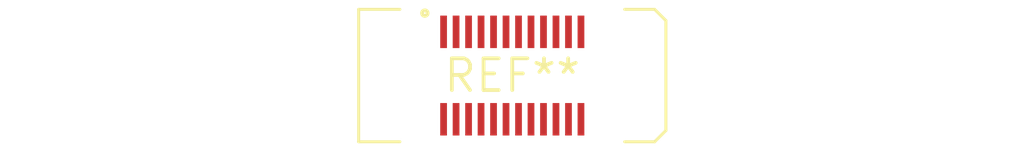
<source format=kicad_pcb>
(kicad_pcb (version 20240108) (generator pcbnew)
  (layers (0 "F.Cu" signal) (31 "B.Cu" signal) (34 "B.Paste" user) (35 "F.Paste" user) (36 "B.SilkS" user "B.Silkscreen") (37 "F.SilkS" user "F.Silkscreen") (38 "B.Mask" user) (39 "F.Mask" user) (44 "Edge.Cuts" user))
  (net 0 "")
  (footprint "USB_C_Receptacle_JAE_DX07S024WJ3R400" (layer "F.Cu") (at 0 0)
    (property "Reference" "REF**")
    (property "Value" "USB_C_Receptacle_JAE_DX07S024WJ3R400")
    (fp_line (start -6.15 -2.65) (end -6.15 2.65) (layer "F.SilkS") (stroke (width 0.12)))
    (fp_line (start -6.15 -2.65) (end -4.5 -2.65) (layer "F.SilkS") (stroke (width 0.12)))
    (fp_line (start -6.15 2.65) (end -4.5 2.65) (layer "F.SilkS") (stroke (width 0.12)))
    (fp_line (start 4.5 -2.65) (end 5.7 -2.65) (layer "F.SilkS") (stroke (width 0.12)))
    (fp_line (start 4.5 2.65) (end 5.7 2.65) (layer "F.SilkS") (stroke (width 0.12)))
    (fp_line (start 5.7 -2.65) (end 6.15 -2.2) (layer "F.SilkS") (stroke (width 0.12)))
    (fp_line (start 5.7 2.65) (end 6.15 2.2) (layer "F.SilkS") (stroke (width 0.12)))
    (fp_line (start 6.15 -2.2) (end 6.15 2.2) (layer "F.SilkS") (stroke (width 0.12)))
    (fp_circle (center -3.5 -2.5) (end -3.388197 -2.5) (layer "F.SilkS") (stroke (width 0.15)) (fill none))
    (pad "" np_thru_hole circle (at -5.5 -1.3) (size 0.6 0.6) (drill 0.6) (layers *.Cu *.Mask))
    (pad "" np_thru_hole circle (at 5.5 -1.3) (size 0.6 0.6) (drill 0.6) (layers *.Cu *.Mask))
    (pad "A1" smd rect (at -2.75 -1.75) (size 0.27 1.3) (layers "F.Cu" "F.Paste" "F.Mask"))
    (pad "A2" smd rect (at -2.25 -1.75) (size 0.27 1.3) (layers "F.Cu" "F.Paste" "F.Mask"))
    (pad "A3" smd rect (at -1.75 -1.75) (size 0.27 1.3) (layers "F.Cu" "F.Paste" "F.Mask"))
    (pad "A4" smd rect (at -1.25 -1.75) (size 0.27 1.3) (layers "F.Cu" "F.Paste" "F.Mask"))
    (pad "A5" smd rect (at -0.75 -1.75) (size 0.27 1.3) (layers "F.Cu" "F.Paste" "F.Mask"))
    (pad "A6" smd rect (at -0.25 -1.75) (size 0.27 1.3) (layers "F.Cu" "F.Paste" "F.Mask"))
    (pad "A7" smd rect (at 0.25 -1.75) (size 0.27 1.3) (layers "F.Cu" "F.Paste" "F.Mask"))
    (pad "A8" smd rect (at 0.75 -1.75) (size 0.27 1.3) (layers "F.Cu" "F.Paste" "F.Mask"))
    (pad "A9" smd rect (at 1.25 -1.75) (size 0.27 1.3) (layers "F.Cu" "F.Paste" "F.Mask"))
    (pad "A10" smd rect (at 1.75 -1.75) (size 0.27 1.3) (layers "F.Cu" "F.Paste" "F.Mask"))
    (pad "A11" smd rect (at 2.25 -1.75) (size 0.27 1.3) (layers "F.Cu" "F.Paste" "F.Mask"))
    (pad "A12" smd rect (at 2.75 -1.75) (size 0.27 1.3) (layers "F.Cu" "F.Paste" "F.Mask"))
    (pad "B1" smd rect (at 2.75 1.75) (size 0.27 1.3) (layers "F.Cu" "F.Paste" "F.Mask"))
    (pad "B2" smd rect (at 2.25 1.75) (size 0.27 1.3) (layers "F.Cu" "F.Paste" "F.Mask"))
    (pad "B3" smd rect (at 1.75 1.75) (size 0.27 1.3) (layers "F.Cu" "F.Paste" "F.Mask"))
    (pad "B4" smd rect (at 1.25 1.75) (size 0.27 1.3) (layers "F.Cu" "F.Paste" "F.Mask"))
    (pad "B5" smd rect (at 0.75 1.75) (size 0.27 1.3) (layers "F.Cu" "F.Paste" "F.Mask"))
    (pad "B6" smd rect (at 0.25 1.75) (size 0.27 1.3) (layers "F.Cu" "F.Paste" "F.Mask"))
    (pad "B7" smd rect (at -0.25 1.75) (size 0.27 1.3) (layers "F.Cu" "F.Paste" "F.Mask"))
    (pad "B8" smd rect (at -0.75 1.75) (size 0.27 1.3) (layers "F.Cu" "F.Paste" "F.Mask"))
    (pad "B9" smd rect (at -1.25 1.75) (size 0.27 1.3) (layers "F.Cu" "F.Paste" "F.Mask"))
    (pad "B10" smd rect (at -1.75 1.75) (size 0.27 1.3) (layers "F.Cu" "F.Paste" "F.Mask"))
    (pad "B11" smd rect (at -2.25 1.75) (size 0.27 1.3) (layers "F.Cu" "F.Paste" "F.Mask"))
    (pad "B12" smd rect (at -2.75 1.75) (size 0.27 1.3) (layers "F.Cu" "F.Paste" "F.Mask"))
    (pad "S1" thru_hole oval (at -4.1 -1.47 90) (size 1.2 1.7) (drill oval 0.8 1.3) (layers *.Cu *.Mask) (remove_unused_layers))
    (pad "S1" thru_hole oval (at -4.1 1.47 90) (size 1.2 1.7) (drill oval 0.8 1.3) (layers *.Cu *.Mask) (remove_unused_layers))
    (pad "S1" thru_hole oval (at 4.1 -1.47 90) (size 1.2 1.7) (drill oval 0.8 1.3) (layers *.Cu *.Mask) (remove_unused_layers))
    (pad "S1" thru_hole oval (at 4.1 1.47 90) (size 1.2 1.7) (drill oval 0.8 1.3) (layers *.Cu *.Mask) (remove_unused_layers))
  )
)
</source>
